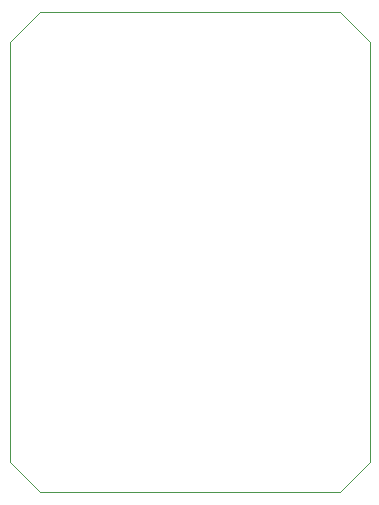
<source format=gbr>
%TF.GenerationSoftware,KiCad,Pcbnew,(6.0.2)*%
%TF.CreationDate,2022-12-01T14:11:06-05:00*%
%TF.ProjectId,VoltReadDevice,566f6c74-5265-4616-9444-65766963652e,rev?*%
%TF.SameCoordinates,Original*%
%TF.FileFunction,Profile,NP*%
%FSLAX46Y46*%
G04 Gerber Fmt 4.6, Leading zero omitted, Abs format (unit mm)*
G04 Created by KiCad (PCBNEW (6.0.2)) date 2022-12-01 14:11:06*
%MOMM*%
%LPD*%
G01*
G04 APERTURE LIST*
%TA.AperFunction,Profile*%
%ADD10C,0.100000*%
%TD*%
G04 APERTURE END LIST*
D10*
X154940000Y-99060000D02*
X157480000Y-99060000D01*
X152400000Y-101600000D02*
X154940000Y-99060000D01*
X152400000Y-137160000D02*
X152400000Y-101600000D01*
X154940000Y-139700000D02*
X152400000Y-137160000D01*
X180340000Y-139700000D02*
X154940000Y-139700000D01*
X182880000Y-137160000D02*
X180340000Y-139700000D01*
X182880000Y-111760000D02*
X182880000Y-137160000D01*
X180340000Y-99060000D02*
X182880000Y-101600000D01*
X177800000Y-99060000D02*
X180340000Y-99060000D01*
X182880000Y-111760000D02*
X182880000Y-101600000D01*
X157480000Y-99060000D02*
X177800000Y-99060000D01*
M02*

</source>
